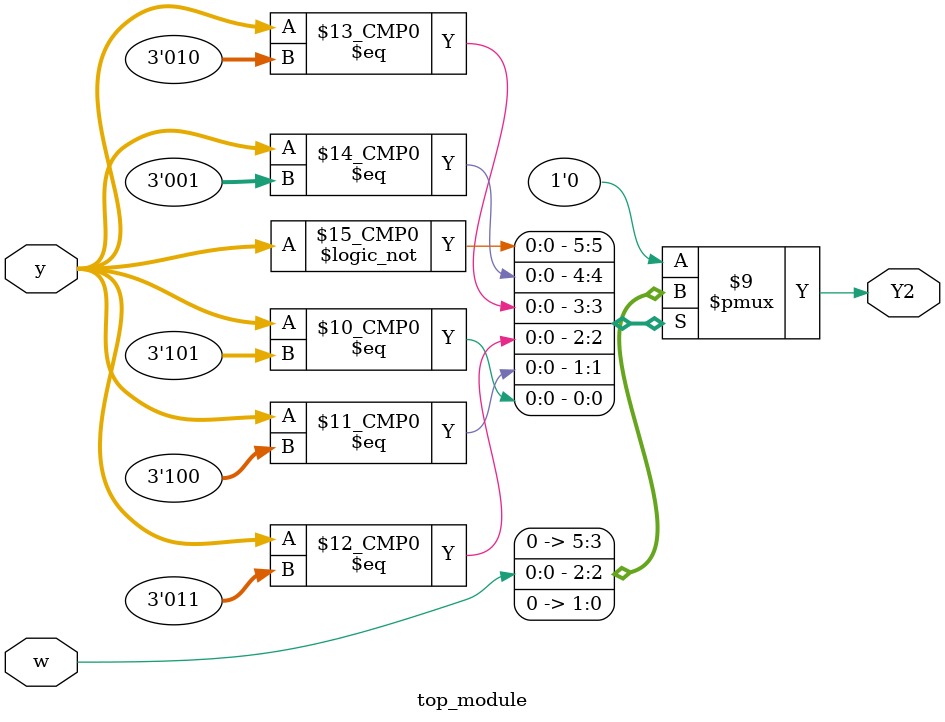
<source format=sv>
module top_module(
	input [3:1] y,
	input w,
	output reg Y2);

	always @(*) begin
		case (y)
			3'b000: Y2 = (w & 1'b0); // A -> B
			3'b001: Y2 = (w & 1'b0); // B -> C
			3'b010: Y2 = (w & 1'b0); // C -> E
			3'b011: Y2 = (w & 1'b1); // D -> F
			3'b100: Y2 = (w & 1'b0); // E -> E
			3'b101: Y2 = (w & 1'b0); // F -> C
			default: Y2 = 1'b0; // Default
		endcase
	end

endmodule

</source>
